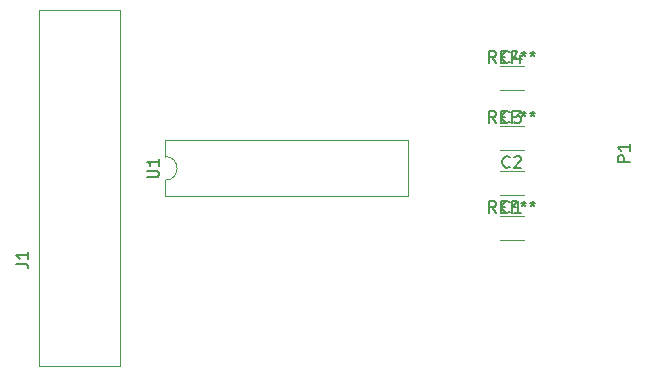
<source format=gbr>
G04 #@! TF.FileFunction,Legend,Top*
%FSLAX46Y46*%
G04 Gerber Fmt 4.6, Leading zero omitted, Abs format (unit mm)*
G04 Created by KiCad (PCBNEW 4.0.4-stable) date 03/21/17 18:45:28*
%MOMM*%
%LPD*%
G01*
G04 APERTURE LIST*
%ADD10C,0.100000*%
%ADD11C,0.120000*%
%ADD12C,0.150000*%
G04 APERTURE END LIST*
D10*
D11*
X130540000Y-96770000D02*
X128540000Y-96770000D01*
X128540000Y-98810000D02*
X130540000Y-98810000D01*
X130540000Y-96770000D02*
X128540000Y-96770000D01*
X128540000Y-98810000D02*
X130540000Y-98810000D01*
X130540000Y-96770000D02*
X128540000Y-96770000D01*
X128540000Y-98810000D02*
X130540000Y-98810000D01*
X130540000Y-96770000D02*
X128540000Y-96770000D01*
X128540000Y-98810000D02*
X130540000Y-98810000D01*
X130540000Y-84070000D02*
X128540000Y-84070000D01*
X128540000Y-86110000D02*
X130540000Y-86110000D01*
X130540000Y-84070000D02*
X128540000Y-84070000D01*
X128540000Y-86110000D02*
X130540000Y-86110000D01*
X130540000Y-84070000D02*
X128540000Y-84070000D01*
X128540000Y-86110000D02*
X130540000Y-86110000D01*
X130540000Y-84070000D02*
X128540000Y-84070000D01*
X128540000Y-86110000D02*
X130540000Y-86110000D01*
X130540000Y-96770000D02*
X128540000Y-96770000D01*
X128540000Y-98810000D02*
X130540000Y-98810000D01*
X130540000Y-89150000D02*
X128540000Y-89150000D01*
X128540000Y-91190000D02*
X130540000Y-91190000D01*
X130540000Y-89150000D02*
X128540000Y-89150000D01*
X128540000Y-91190000D02*
X130540000Y-91190000D01*
X130540000Y-96770000D02*
X128540000Y-96770000D01*
X128540000Y-98810000D02*
X130540000Y-98810000D01*
X130540000Y-96770000D02*
X128540000Y-96770000D01*
X128540000Y-98810000D02*
X130540000Y-98810000D01*
X130540000Y-89150000D02*
X128540000Y-89150000D01*
X128540000Y-91190000D02*
X130540000Y-91190000D01*
X130540000Y-89150000D02*
X128540000Y-89150000D01*
X128540000Y-91190000D02*
X130540000Y-91190000D01*
X89540000Y-109470000D02*
X89540000Y-79260000D01*
X89540000Y-109470000D02*
X96390000Y-109470000D01*
X96390000Y-79260000D02*
X89540000Y-79260000D01*
X96390000Y-79260000D02*
X96390000Y-109470000D01*
X130540000Y-96770000D02*
X128540000Y-96770000D01*
X128540000Y-98810000D02*
X130540000Y-98810000D01*
X130540000Y-92960000D02*
X128540000Y-92960000D01*
X128540000Y-95000000D02*
X130540000Y-95000000D01*
X100210000Y-91710000D02*
G75*
G02X100210000Y-93710000I0J-1000000D01*
G01*
X100210000Y-93710000D02*
X100210000Y-95080000D01*
X100210000Y-95080000D02*
X120770000Y-95080000D01*
X120770000Y-95080000D02*
X120770000Y-90340000D01*
X120770000Y-90340000D02*
X100210000Y-90340000D01*
X100210000Y-90340000D02*
X100210000Y-91710000D01*
D12*
X129373334Y-96397143D02*
X129325715Y-96444762D01*
X129182858Y-96492381D01*
X129087620Y-96492381D01*
X128944762Y-96444762D01*
X128849524Y-96349524D01*
X128801905Y-96254286D01*
X128754286Y-96063810D01*
X128754286Y-95920952D01*
X128801905Y-95730476D01*
X128849524Y-95635238D01*
X128944762Y-95540000D01*
X129087620Y-95492381D01*
X129182858Y-95492381D01*
X129325715Y-95540000D01*
X129373334Y-95587619D01*
X130325715Y-96492381D02*
X129754286Y-96492381D01*
X130040000Y-96492381D02*
X130040000Y-95492381D01*
X129944762Y-95635238D01*
X129849524Y-95730476D01*
X129754286Y-95778095D01*
X128206667Y-96492381D02*
X127873333Y-96016190D01*
X127635238Y-96492381D02*
X127635238Y-95492381D01*
X128016191Y-95492381D01*
X128111429Y-95540000D01*
X128159048Y-95587619D01*
X128206667Y-95682857D01*
X128206667Y-95825714D01*
X128159048Y-95920952D01*
X128111429Y-95968571D01*
X128016191Y-96016190D01*
X127635238Y-96016190D01*
X128635238Y-95968571D02*
X128968572Y-95968571D01*
X129111429Y-96492381D02*
X128635238Y-96492381D01*
X128635238Y-95492381D01*
X129111429Y-95492381D01*
X129873334Y-95968571D02*
X129540000Y-95968571D01*
X129540000Y-96492381D02*
X129540000Y-95492381D01*
X130016191Y-95492381D01*
X130540000Y-95492381D02*
X130540000Y-95730476D01*
X130301905Y-95635238D02*
X130540000Y-95730476D01*
X130778096Y-95635238D01*
X130397143Y-95920952D02*
X130540000Y-95730476D01*
X130682858Y-95920952D01*
X131301905Y-95492381D02*
X131301905Y-95730476D01*
X131063810Y-95635238D02*
X131301905Y-95730476D01*
X131540001Y-95635238D01*
X131159048Y-95920952D02*
X131301905Y-95730476D01*
X131444763Y-95920952D01*
X128206667Y-96492381D02*
X127873333Y-96016190D01*
X127635238Y-96492381D02*
X127635238Y-95492381D01*
X128016191Y-95492381D01*
X128111429Y-95540000D01*
X128159048Y-95587619D01*
X128206667Y-95682857D01*
X128206667Y-95825714D01*
X128159048Y-95920952D01*
X128111429Y-95968571D01*
X128016191Y-96016190D01*
X127635238Y-96016190D01*
X128635238Y-95968571D02*
X128968572Y-95968571D01*
X129111429Y-96492381D02*
X128635238Y-96492381D01*
X128635238Y-95492381D01*
X129111429Y-95492381D01*
X129873334Y-95968571D02*
X129540000Y-95968571D01*
X129540000Y-96492381D02*
X129540000Y-95492381D01*
X130016191Y-95492381D01*
X130540000Y-95492381D02*
X130540000Y-95730476D01*
X130301905Y-95635238D02*
X130540000Y-95730476D01*
X130778096Y-95635238D01*
X130397143Y-95920952D02*
X130540000Y-95730476D01*
X130682858Y-95920952D01*
X131301905Y-95492381D02*
X131301905Y-95730476D01*
X131063810Y-95635238D02*
X131301905Y-95730476D01*
X131540001Y-95635238D01*
X131159048Y-95920952D02*
X131301905Y-95730476D01*
X131444763Y-95920952D01*
X128206667Y-96492381D02*
X127873333Y-96016190D01*
X127635238Y-96492381D02*
X127635238Y-95492381D01*
X128016191Y-95492381D01*
X128111429Y-95540000D01*
X128159048Y-95587619D01*
X128206667Y-95682857D01*
X128206667Y-95825714D01*
X128159048Y-95920952D01*
X128111429Y-95968571D01*
X128016191Y-96016190D01*
X127635238Y-96016190D01*
X128635238Y-95968571D02*
X128968572Y-95968571D01*
X129111429Y-96492381D02*
X128635238Y-96492381D01*
X128635238Y-95492381D01*
X129111429Y-95492381D01*
X129873334Y-95968571D02*
X129540000Y-95968571D01*
X129540000Y-96492381D02*
X129540000Y-95492381D01*
X130016191Y-95492381D01*
X130540000Y-95492381D02*
X130540000Y-95730476D01*
X130301905Y-95635238D02*
X130540000Y-95730476D01*
X130778096Y-95635238D01*
X130397143Y-95920952D02*
X130540000Y-95730476D01*
X130682858Y-95920952D01*
X131301905Y-95492381D02*
X131301905Y-95730476D01*
X131063810Y-95635238D02*
X131301905Y-95730476D01*
X131540001Y-95635238D01*
X131159048Y-95920952D02*
X131301905Y-95730476D01*
X131444763Y-95920952D01*
X129373334Y-83697143D02*
X129325715Y-83744762D01*
X129182858Y-83792381D01*
X129087620Y-83792381D01*
X128944762Y-83744762D01*
X128849524Y-83649524D01*
X128801905Y-83554286D01*
X128754286Y-83363810D01*
X128754286Y-83220952D01*
X128801905Y-83030476D01*
X128849524Y-82935238D01*
X128944762Y-82840000D01*
X129087620Y-82792381D01*
X129182858Y-82792381D01*
X129325715Y-82840000D01*
X129373334Y-82887619D01*
X130230477Y-83125714D02*
X130230477Y-83792381D01*
X129992381Y-82744762D02*
X129754286Y-83459048D01*
X130373334Y-83459048D01*
X128206667Y-83792381D02*
X127873333Y-83316190D01*
X127635238Y-83792381D02*
X127635238Y-82792381D01*
X128016191Y-82792381D01*
X128111429Y-82840000D01*
X128159048Y-82887619D01*
X128206667Y-82982857D01*
X128206667Y-83125714D01*
X128159048Y-83220952D01*
X128111429Y-83268571D01*
X128016191Y-83316190D01*
X127635238Y-83316190D01*
X128635238Y-83268571D02*
X128968572Y-83268571D01*
X129111429Y-83792381D02*
X128635238Y-83792381D01*
X128635238Y-82792381D01*
X129111429Y-82792381D01*
X129873334Y-83268571D02*
X129540000Y-83268571D01*
X129540000Y-83792381D02*
X129540000Y-82792381D01*
X130016191Y-82792381D01*
X130540000Y-82792381D02*
X130540000Y-83030476D01*
X130301905Y-82935238D02*
X130540000Y-83030476D01*
X130778096Y-82935238D01*
X130397143Y-83220952D02*
X130540000Y-83030476D01*
X130682858Y-83220952D01*
X131301905Y-82792381D02*
X131301905Y-83030476D01*
X131063810Y-82935238D02*
X131301905Y-83030476D01*
X131540001Y-82935238D01*
X131159048Y-83220952D02*
X131301905Y-83030476D01*
X131444763Y-83220952D01*
X128206667Y-83792381D02*
X127873333Y-83316190D01*
X127635238Y-83792381D02*
X127635238Y-82792381D01*
X128016191Y-82792381D01*
X128111429Y-82840000D01*
X128159048Y-82887619D01*
X128206667Y-82982857D01*
X128206667Y-83125714D01*
X128159048Y-83220952D01*
X128111429Y-83268571D01*
X128016191Y-83316190D01*
X127635238Y-83316190D01*
X128635238Y-83268571D02*
X128968572Y-83268571D01*
X129111429Y-83792381D02*
X128635238Y-83792381D01*
X128635238Y-82792381D01*
X129111429Y-82792381D01*
X129873334Y-83268571D02*
X129540000Y-83268571D01*
X129540000Y-83792381D02*
X129540000Y-82792381D01*
X130016191Y-82792381D01*
X130540000Y-82792381D02*
X130540000Y-83030476D01*
X130301905Y-82935238D02*
X130540000Y-83030476D01*
X130778096Y-82935238D01*
X130397143Y-83220952D02*
X130540000Y-83030476D01*
X130682858Y-83220952D01*
X131301905Y-82792381D02*
X131301905Y-83030476D01*
X131063810Y-82935238D02*
X131301905Y-83030476D01*
X131540001Y-82935238D01*
X131159048Y-83220952D02*
X131301905Y-83030476D01*
X131444763Y-83220952D01*
X128206667Y-83792381D02*
X127873333Y-83316190D01*
X127635238Y-83792381D02*
X127635238Y-82792381D01*
X128016191Y-82792381D01*
X128111429Y-82840000D01*
X128159048Y-82887619D01*
X128206667Y-82982857D01*
X128206667Y-83125714D01*
X128159048Y-83220952D01*
X128111429Y-83268571D01*
X128016191Y-83316190D01*
X127635238Y-83316190D01*
X128635238Y-83268571D02*
X128968572Y-83268571D01*
X129111429Y-83792381D02*
X128635238Y-83792381D01*
X128635238Y-82792381D01*
X129111429Y-82792381D01*
X129873334Y-83268571D02*
X129540000Y-83268571D01*
X129540000Y-83792381D02*
X129540000Y-82792381D01*
X130016191Y-82792381D01*
X130540000Y-82792381D02*
X130540000Y-83030476D01*
X130301905Y-82935238D02*
X130540000Y-83030476D01*
X130778096Y-82935238D01*
X130397143Y-83220952D02*
X130540000Y-83030476D01*
X130682858Y-83220952D01*
X131301905Y-82792381D02*
X131301905Y-83030476D01*
X131063810Y-82935238D02*
X131301905Y-83030476D01*
X131540001Y-82935238D01*
X131159048Y-83220952D02*
X131301905Y-83030476D01*
X131444763Y-83220952D01*
X128206667Y-96492381D02*
X127873333Y-96016190D01*
X127635238Y-96492381D02*
X127635238Y-95492381D01*
X128016191Y-95492381D01*
X128111429Y-95540000D01*
X128159048Y-95587619D01*
X128206667Y-95682857D01*
X128206667Y-95825714D01*
X128159048Y-95920952D01*
X128111429Y-95968571D01*
X128016191Y-96016190D01*
X127635238Y-96016190D01*
X128635238Y-95968571D02*
X128968572Y-95968571D01*
X129111429Y-96492381D02*
X128635238Y-96492381D01*
X128635238Y-95492381D01*
X129111429Y-95492381D01*
X129873334Y-95968571D02*
X129540000Y-95968571D01*
X129540000Y-96492381D02*
X129540000Y-95492381D01*
X130016191Y-95492381D01*
X130540000Y-95492381D02*
X130540000Y-95730476D01*
X130301905Y-95635238D02*
X130540000Y-95730476D01*
X130778096Y-95635238D01*
X130397143Y-95920952D02*
X130540000Y-95730476D01*
X130682858Y-95920952D01*
X131301905Y-95492381D02*
X131301905Y-95730476D01*
X131063810Y-95635238D02*
X131301905Y-95730476D01*
X131540001Y-95635238D01*
X131159048Y-95920952D02*
X131301905Y-95730476D01*
X131444763Y-95920952D01*
X129373334Y-88777143D02*
X129325715Y-88824762D01*
X129182858Y-88872381D01*
X129087620Y-88872381D01*
X128944762Y-88824762D01*
X128849524Y-88729524D01*
X128801905Y-88634286D01*
X128754286Y-88443810D01*
X128754286Y-88300952D01*
X128801905Y-88110476D01*
X128849524Y-88015238D01*
X128944762Y-87920000D01*
X129087620Y-87872381D01*
X129182858Y-87872381D01*
X129325715Y-87920000D01*
X129373334Y-87967619D01*
X129706667Y-87872381D02*
X130325715Y-87872381D01*
X129992381Y-88253333D01*
X130135239Y-88253333D01*
X130230477Y-88300952D01*
X130278096Y-88348571D01*
X130325715Y-88443810D01*
X130325715Y-88681905D01*
X130278096Y-88777143D01*
X130230477Y-88824762D01*
X130135239Y-88872381D01*
X129849524Y-88872381D01*
X129754286Y-88824762D01*
X129706667Y-88777143D01*
X128206667Y-88872381D02*
X127873333Y-88396190D01*
X127635238Y-88872381D02*
X127635238Y-87872381D01*
X128016191Y-87872381D01*
X128111429Y-87920000D01*
X128159048Y-87967619D01*
X128206667Y-88062857D01*
X128206667Y-88205714D01*
X128159048Y-88300952D01*
X128111429Y-88348571D01*
X128016191Y-88396190D01*
X127635238Y-88396190D01*
X128635238Y-88348571D02*
X128968572Y-88348571D01*
X129111429Y-88872381D02*
X128635238Y-88872381D01*
X128635238Y-87872381D01*
X129111429Y-87872381D01*
X129873334Y-88348571D02*
X129540000Y-88348571D01*
X129540000Y-88872381D02*
X129540000Y-87872381D01*
X130016191Y-87872381D01*
X130540000Y-87872381D02*
X130540000Y-88110476D01*
X130301905Y-88015238D02*
X130540000Y-88110476D01*
X130778096Y-88015238D01*
X130397143Y-88300952D02*
X130540000Y-88110476D01*
X130682858Y-88300952D01*
X131301905Y-87872381D02*
X131301905Y-88110476D01*
X131063810Y-88015238D02*
X131301905Y-88110476D01*
X131540001Y-88015238D01*
X131159048Y-88300952D02*
X131301905Y-88110476D01*
X131444763Y-88300952D01*
X128206667Y-96492381D02*
X127873333Y-96016190D01*
X127635238Y-96492381D02*
X127635238Y-95492381D01*
X128016191Y-95492381D01*
X128111429Y-95540000D01*
X128159048Y-95587619D01*
X128206667Y-95682857D01*
X128206667Y-95825714D01*
X128159048Y-95920952D01*
X128111429Y-95968571D01*
X128016191Y-96016190D01*
X127635238Y-96016190D01*
X128635238Y-95968571D02*
X128968572Y-95968571D01*
X129111429Y-96492381D02*
X128635238Y-96492381D01*
X128635238Y-95492381D01*
X129111429Y-95492381D01*
X129873334Y-95968571D02*
X129540000Y-95968571D01*
X129540000Y-96492381D02*
X129540000Y-95492381D01*
X130016191Y-95492381D01*
X130540000Y-95492381D02*
X130540000Y-95730476D01*
X130301905Y-95635238D02*
X130540000Y-95730476D01*
X130778096Y-95635238D01*
X130397143Y-95920952D02*
X130540000Y-95730476D01*
X130682858Y-95920952D01*
X131301905Y-95492381D02*
X131301905Y-95730476D01*
X131063810Y-95635238D02*
X131301905Y-95730476D01*
X131540001Y-95635238D01*
X131159048Y-95920952D02*
X131301905Y-95730476D01*
X131444763Y-95920952D01*
X128206667Y-96492381D02*
X127873333Y-96016190D01*
X127635238Y-96492381D02*
X127635238Y-95492381D01*
X128016191Y-95492381D01*
X128111429Y-95540000D01*
X128159048Y-95587619D01*
X128206667Y-95682857D01*
X128206667Y-95825714D01*
X128159048Y-95920952D01*
X128111429Y-95968571D01*
X128016191Y-96016190D01*
X127635238Y-96016190D01*
X128635238Y-95968571D02*
X128968572Y-95968571D01*
X129111429Y-96492381D02*
X128635238Y-96492381D01*
X128635238Y-95492381D01*
X129111429Y-95492381D01*
X129873334Y-95968571D02*
X129540000Y-95968571D01*
X129540000Y-96492381D02*
X129540000Y-95492381D01*
X130016191Y-95492381D01*
X130540000Y-95492381D02*
X130540000Y-95730476D01*
X130301905Y-95635238D02*
X130540000Y-95730476D01*
X130778096Y-95635238D01*
X130397143Y-95920952D02*
X130540000Y-95730476D01*
X130682858Y-95920952D01*
X131301905Y-95492381D02*
X131301905Y-95730476D01*
X131063810Y-95635238D02*
X131301905Y-95730476D01*
X131540001Y-95635238D01*
X131159048Y-95920952D02*
X131301905Y-95730476D01*
X131444763Y-95920952D01*
X128206667Y-88872381D02*
X127873333Y-88396190D01*
X127635238Y-88872381D02*
X127635238Y-87872381D01*
X128016191Y-87872381D01*
X128111429Y-87920000D01*
X128159048Y-87967619D01*
X128206667Y-88062857D01*
X128206667Y-88205714D01*
X128159048Y-88300952D01*
X128111429Y-88348571D01*
X128016191Y-88396190D01*
X127635238Y-88396190D01*
X128635238Y-88348571D02*
X128968572Y-88348571D01*
X129111429Y-88872381D02*
X128635238Y-88872381D01*
X128635238Y-87872381D01*
X129111429Y-87872381D01*
X129873334Y-88348571D02*
X129540000Y-88348571D01*
X129540000Y-88872381D02*
X129540000Y-87872381D01*
X130016191Y-87872381D01*
X130540000Y-87872381D02*
X130540000Y-88110476D01*
X130301905Y-88015238D02*
X130540000Y-88110476D01*
X130778096Y-88015238D01*
X130397143Y-88300952D02*
X130540000Y-88110476D01*
X130682858Y-88300952D01*
X131301905Y-87872381D02*
X131301905Y-88110476D01*
X131063810Y-88015238D02*
X131301905Y-88110476D01*
X131540001Y-88015238D01*
X131159048Y-88300952D02*
X131301905Y-88110476D01*
X131444763Y-88300952D01*
X128206667Y-88872381D02*
X127873333Y-88396190D01*
X127635238Y-88872381D02*
X127635238Y-87872381D01*
X128016191Y-87872381D01*
X128111429Y-87920000D01*
X128159048Y-87967619D01*
X128206667Y-88062857D01*
X128206667Y-88205714D01*
X128159048Y-88300952D01*
X128111429Y-88348571D01*
X128016191Y-88396190D01*
X127635238Y-88396190D01*
X128635238Y-88348571D02*
X128968572Y-88348571D01*
X129111429Y-88872381D02*
X128635238Y-88872381D01*
X128635238Y-87872381D01*
X129111429Y-87872381D01*
X129873334Y-88348571D02*
X129540000Y-88348571D01*
X129540000Y-88872381D02*
X129540000Y-87872381D01*
X130016191Y-87872381D01*
X130540000Y-87872381D02*
X130540000Y-88110476D01*
X130301905Y-88015238D02*
X130540000Y-88110476D01*
X130778096Y-88015238D01*
X130397143Y-88300952D02*
X130540000Y-88110476D01*
X130682858Y-88300952D01*
X131301905Y-87872381D02*
X131301905Y-88110476D01*
X131063810Y-88015238D02*
X131301905Y-88110476D01*
X131540001Y-88015238D01*
X131159048Y-88300952D02*
X131301905Y-88110476D01*
X131444763Y-88300952D01*
X87592381Y-100793333D02*
X88306667Y-100793333D01*
X88449524Y-100840953D01*
X88544762Y-100936191D01*
X88592381Y-101079048D01*
X88592381Y-101174286D01*
X88592381Y-99793333D02*
X88592381Y-100364762D01*
X88592381Y-100079048D02*
X87592381Y-100079048D01*
X87735238Y-100174286D01*
X87830476Y-100269524D01*
X87878095Y-100364762D01*
X128206667Y-96492381D02*
X127873333Y-96016190D01*
X127635238Y-96492381D02*
X127635238Y-95492381D01*
X128016191Y-95492381D01*
X128111429Y-95540000D01*
X128159048Y-95587619D01*
X128206667Y-95682857D01*
X128206667Y-95825714D01*
X128159048Y-95920952D01*
X128111429Y-95968571D01*
X128016191Y-96016190D01*
X127635238Y-96016190D01*
X128635238Y-95968571D02*
X128968572Y-95968571D01*
X129111429Y-96492381D02*
X128635238Y-96492381D01*
X128635238Y-95492381D01*
X129111429Y-95492381D01*
X129873334Y-95968571D02*
X129540000Y-95968571D01*
X129540000Y-96492381D02*
X129540000Y-95492381D01*
X130016191Y-95492381D01*
X130540000Y-95492381D02*
X130540000Y-95730476D01*
X130301905Y-95635238D02*
X130540000Y-95730476D01*
X130778096Y-95635238D01*
X130397143Y-95920952D02*
X130540000Y-95730476D01*
X130682858Y-95920952D01*
X131301905Y-95492381D02*
X131301905Y-95730476D01*
X131063810Y-95635238D02*
X131301905Y-95730476D01*
X131540001Y-95635238D01*
X131159048Y-95920952D02*
X131301905Y-95730476D01*
X131444763Y-95920952D01*
X129373334Y-92587143D02*
X129325715Y-92634762D01*
X129182858Y-92682381D01*
X129087620Y-92682381D01*
X128944762Y-92634762D01*
X128849524Y-92539524D01*
X128801905Y-92444286D01*
X128754286Y-92253810D01*
X128754286Y-92110952D01*
X128801905Y-91920476D01*
X128849524Y-91825238D01*
X128944762Y-91730000D01*
X129087620Y-91682381D01*
X129182858Y-91682381D01*
X129325715Y-91730000D01*
X129373334Y-91777619D01*
X129754286Y-91777619D02*
X129801905Y-91730000D01*
X129897143Y-91682381D01*
X130135239Y-91682381D01*
X130230477Y-91730000D01*
X130278096Y-91777619D01*
X130325715Y-91872857D01*
X130325715Y-91968095D01*
X130278096Y-92110952D01*
X129706667Y-92682381D01*
X130325715Y-92682381D01*
X139517381Y-92178095D02*
X138517381Y-92178095D01*
X138517381Y-91797142D01*
X138565000Y-91701904D01*
X138612619Y-91654285D01*
X138707857Y-91606666D01*
X138850714Y-91606666D01*
X138945952Y-91654285D01*
X138993571Y-91701904D01*
X139041190Y-91797142D01*
X139041190Y-92178095D01*
X139517381Y-90654285D02*
X139517381Y-91225714D01*
X139517381Y-90940000D02*
X138517381Y-90940000D01*
X138660238Y-91035238D01*
X138755476Y-91130476D01*
X138803095Y-91225714D01*
X98662381Y-93471905D02*
X99471905Y-93471905D01*
X99567143Y-93424286D01*
X99614762Y-93376667D01*
X99662381Y-93281429D01*
X99662381Y-93090952D01*
X99614762Y-92995714D01*
X99567143Y-92948095D01*
X99471905Y-92900476D01*
X98662381Y-92900476D01*
X99662381Y-91900476D02*
X99662381Y-92471905D01*
X99662381Y-92186191D02*
X98662381Y-92186191D01*
X98805238Y-92281429D01*
X98900476Y-92376667D01*
X98948095Y-92471905D01*
M02*

</source>
